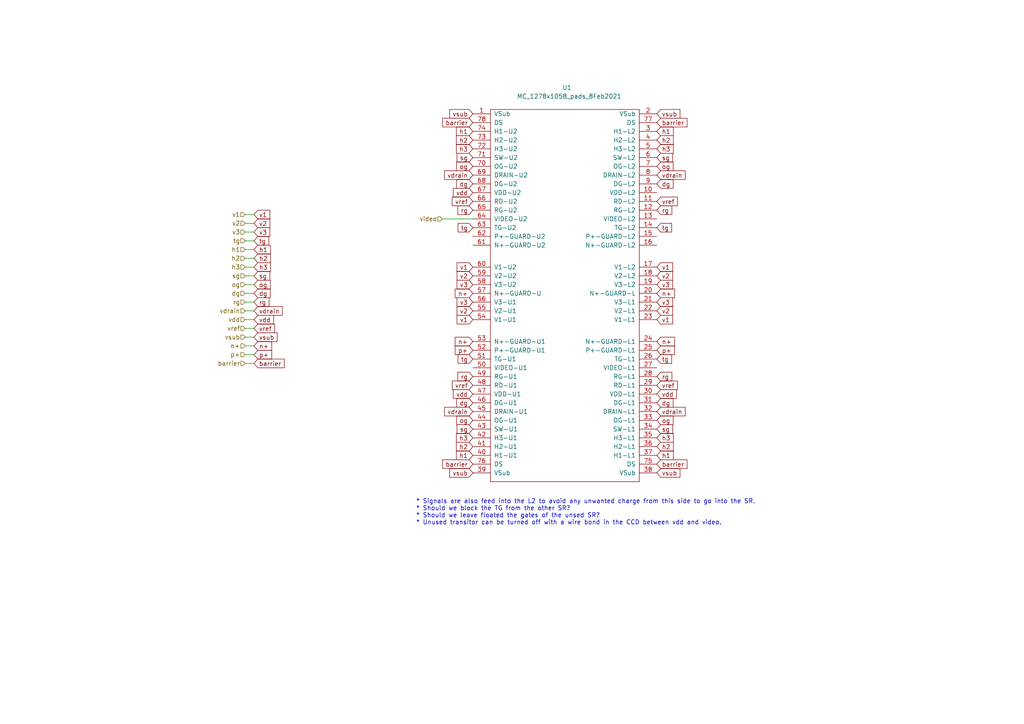
<source format=kicad_sch>
(kicad_sch (version 20230121) (generator eeschema)
  (paper "A4")
  (lib_symbols
    (symbol "MC_1278x1058_pads_8Feb2021:MC_1278x1058_pads_8Feb2021" (pin_names (offset 1.016))
      (property "Reference" "U" (at -15.24 59.69 0))
      (property "Value" "MC_1278x1058_pads_8Feb2021" (at 0 57.15 0))
      (symbol "MC_1278x1058_pads_8Feb2021_0_1"
        (rectangle (start -21.59 53.34) (end 21.59 -54.61))
      )
      (symbol "MC_1278x1058_pads_8Feb2021_1_1"
        (pin bidirectional line (at -26.67 52.07 0) (length 5.08) (name "VSub") (number "1"))
        (pin bidirectional line (at 26.67 29.21 180) (length 5.08) (name "VDD-L2") (number "10"))
        (pin bidirectional line (at 26.67 26.67 180) (length 5.08) (name "RD-L2") (number "11"))
        (pin bidirectional line (at 26.67 24.13 180) (length 5.08) (name "RG-L2") (number "12"))
        (pin bidirectional line (at 26.67 21.59 180) (length 5.08) (name "VIDEO-L2") (number "13"))
        (pin bidirectional line (at 26.67 19.05 180) (length 5.08) (name "TG-L2") (number "14"))
        (pin bidirectional line (at 26.67 16.51 180) (length 5.08) (name "P+-GUARD-L2") (number "15"))
        (pin bidirectional line (at 26.67 13.97 180) (length 5.08) (name "N+-GUARD-L2") (number "16"))
        (pin bidirectional line (at 26.67 7.62 180) (length 5.08) (name "V1-L2") (number "17"))
        (pin bidirectional line (at 26.67 5.08 180) (length 5.08) (name "V2-L2") (number "18"))
        (pin bidirectional line (at 26.67 2.54 180) (length 5.08) (name "V3-L2") (number "19"))
        (pin bidirectional line (at 26.67 52.07 180) (length 5.08) (name "VSub") (number "2"))
        (pin bidirectional line (at 26.67 0 180) (length 5.08) (name "N+-GUARD-L") (number "20"))
        (pin bidirectional line (at 26.67 -2.54 180) (length 5.08) (name "V3-L1") (number "21"))
        (pin bidirectional line (at 26.67 -5.08 180) (length 5.08) (name "V2-L1") (number "22"))
        (pin bidirectional line (at 26.67 -7.62 180) (length 5.08) (name "V1-L1") (number "23"))
        (pin bidirectional line (at 26.67 -13.97 180) (length 5.08) (name "N+-GUARD-L1") (number "24"))
        (pin bidirectional line (at 26.67 -16.51 180) (length 5.08) (name "P+-GUARD-L1") (number "25"))
        (pin bidirectional line (at 26.67 -19.05 180) (length 5.08) (name "TG-L1") (number "26"))
        (pin bidirectional line (at 26.67 -21.59 180) (length 5.08) (name "VIDEO-L1") (number "27"))
        (pin bidirectional line (at 26.67 -24.13 180) (length 5.08) (name "RG-L1") (number "28"))
        (pin bidirectional line (at 26.67 -26.67 180) (length 5.08) (name "RD-L1") (number "29"))
        (pin bidirectional line (at 26.67 46.99 180) (length 5.08) (name "H1-L2") (number "3"))
        (pin bidirectional line (at 26.67 -29.21 180) (length 5.08) (name "VDD-L1") (number "30"))
        (pin bidirectional line (at 26.67 -31.75 180) (length 5.08) (name "DG-L1") (number "31"))
        (pin bidirectional line (at 26.67 -34.29 180) (length 5.08) (name "DRAIN-L1") (number "32"))
        (pin bidirectional line (at 26.67 -36.83 180) (length 5.08) (name "OG-L1") (number "33"))
        (pin bidirectional line (at 26.67 -39.37 180) (length 5.08) (name "SW-L1") (number "34"))
        (pin bidirectional line (at 26.67 -41.91 180) (length 5.08) (name "H3-L1") (number "35"))
        (pin bidirectional line (at 26.67 -44.45 180) (length 5.08) (name "H2-L1") (number "36"))
        (pin bidirectional line (at 26.67 -46.99 180) (length 5.08) (name "H1-L1") (number "37"))
        (pin bidirectional line (at 26.67 -52.07 180) (length 5.08) (name "VSub") (number "38"))
        (pin bidirectional line (at -26.67 -52.07 0) (length 5.08) (name "VSub") (number "39"))
        (pin bidirectional line (at 26.67 44.45 180) (length 5.08) (name "H2-L2") (number "4"))
        (pin bidirectional line (at -26.67 -46.99 0) (length 5.08) (name "H1-U1") (number "40"))
        (pin bidirectional line (at -26.67 -44.45 0) (length 5.08) (name "H2-U1") (number "41"))
        (pin bidirectional line (at -26.67 -41.91 0) (length 5.08) (name "H3-U1") (number "42"))
        (pin bidirectional line (at -26.67 -39.37 0) (length 5.08) (name "SW-U1") (number "43"))
        (pin bidirectional line (at -26.67 -36.83 0) (length 5.08) (name "OG-U1") (number "44"))
        (pin bidirectional line (at -26.67 -34.29 0) (length 5.08) (name "DRAIN-U1") (number "45"))
        (pin bidirectional line (at -26.67 -31.75 0) (length 5.08) (name "DG-U1") (number "46"))
        (pin bidirectional line (at -26.67 -29.21 0) (length 5.08) (name "VDD-U1") (number "47"))
        (pin bidirectional line (at -26.67 -26.67 0) (length 5.08) (name "RD-U1") (number "48"))
        (pin bidirectional line (at -26.67 -24.13 0) (length 5.08) (name "RG-U1") (number "49"))
        (pin bidirectional line (at 26.67 41.91 180) (length 5.08) (name "H3-L2") (number "5"))
        (pin bidirectional line (at -26.67 -21.59 0) (length 5.08) (name "VIDEO-U1") (number "50"))
        (pin bidirectional line (at -26.67 -19.05 0) (length 5.08) (name "TG-U1") (number "51"))
        (pin bidirectional line (at -26.67 -16.51 0) (length 5.08) (name "P+-GUARD-U1") (number "52"))
        (pin bidirectional line (at -26.67 -13.97 0) (length 5.08) (name "N+-GUARD-U1") (number "53"))
        (pin bidirectional line (at -26.67 -7.62 0) (length 5.08) (name "V1-U1") (number "54"))
        (pin bidirectional line (at -26.67 -5.08 0) (length 5.08) (name "V2-U1") (number "55"))
        (pin bidirectional line (at -26.67 -2.54 0) (length 5.08) (name "V3-U1") (number "56"))
        (pin bidirectional line (at -26.67 0 0) (length 5.08) (name "N+-GUARD-U") (number "57"))
        (pin bidirectional line (at -26.67 2.54 0) (length 5.08) (name "V3-U2") (number "58"))
        (pin bidirectional line (at -26.67 5.08 0) (length 5.08) (name "V2-U2") (number "59"))
        (pin bidirectional line (at 26.67 39.37 180) (length 5.08) (name "SW-L2") (number "6"))
        (pin bidirectional line (at -26.67 7.62 0) (length 5.08) (name "V1-U2") (number "60"))
        (pin bidirectional line (at -26.67 13.97 0) (length 5.08) (name "N+-GUARD-U2") (number "61"))
        (pin bidirectional line (at -26.67 16.51 0) (length 5.08) (name "P+-GUARD-U2") (number "62"))
        (pin bidirectional line (at -26.67 19.05 0) (length 5.08) (name "TG-U2") (number "63"))
        (pin bidirectional line (at -26.67 21.59 0) (length 5.08) (name "VIDEO-U2") (number "64"))
        (pin bidirectional line (at -26.67 24.13 0) (length 5.08) (name "RG-U2") (number "65"))
        (pin bidirectional line (at -26.67 26.67 0) (length 5.08) (name "RD-U2") (number "66"))
        (pin bidirectional line (at -26.67 29.21 0) (length 5.08) (name "VDD-U2") (number "67"))
        (pin bidirectional line (at -26.67 31.75 0) (length 5.08) (name "DG-U2") (number "68"))
        (pin bidirectional line (at -26.67 34.29 0) (length 5.08) (name "DRAIN-U2") (number "69"))
        (pin bidirectional line (at 26.67 36.83 180) (length 5.08) (name "OG-L2") (number "7"))
        (pin bidirectional line (at -26.67 36.83 0) (length 5.08) (name "OG-U2") (number "70"))
        (pin bidirectional line (at -26.67 39.37 0) (length 5.08) (name "SW-U2") (number "71"))
        (pin bidirectional line (at -26.67 41.91 0) (length 5.08) (name "H3-U2") (number "72"))
        (pin bidirectional line (at -26.67 44.45 0) (length 5.08) (name "H2-U2") (number "73"))
        (pin bidirectional line (at -26.67 46.99 0) (length 5.08) (name "H1-U2") (number "74"))
        (pin bidirectional line (at 26.67 -49.53 180) (length 5.08) (name "DS") (number "75"))
        (pin bidirectional line (at -26.67 -49.53 0) (length 5.08) (name "DS") (number "76"))
        (pin bidirectional line (at 26.67 49.53 180) (length 5.08) (name "DS") (number "77"))
        (pin bidirectional line (at -26.67 49.53 0) (length 5.08) (name "DS") (number "78"))
        (pin bidirectional line (at 26.67 34.29 180) (length 5.08) (name "DRAIN-L2") (number "8"))
        (pin bidirectional line (at 26.67 31.75 180) (length 5.08) (name "DG-L2") (number "9"))
      )
    )
  )
  (wire (pts (xy 128.27 63.5) (xy 137.16 63.5)))
  (wire (pts (xy 71.12 64.77) (xy 73.66 64.77)))
  (wire (pts (xy 71.12 85.09) (xy 73.66 85.09)))
  (wire (pts (xy 71.12 92.71) (xy 73.66 92.71)))
  (wire (pts (xy 71.12 72.39) (xy 73.66 72.39)))
  (wire (pts (xy 71.12 102.87) (xy 73.66 102.87)))
  (wire (pts (xy 71.12 69.85) (xy 73.66 69.85)))
  (wire (pts (xy 71.12 95.25) (xy 73.66 95.25)))
  (wire (pts (xy 71.12 105.41) (xy 73.66 105.41)))
  (wire (pts (xy 71.12 97.79) (xy 73.66 97.79)))
  (wire (pts (xy 71.12 67.31) (xy 73.66 67.31)))
  (wire (pts (xy 71.12 62.23) (xy 73.66 62.23)))
  (wire (pts (xy 71.12 90.17) (xy 73.66 90.17)))
  (wire (pts (xy 71.12 100.33) (xy 73.66 100.33)))
  (wire (pts (xy 71.12 87.63) (xy 73.66 87.63)))
  (wire (pts (xy 71.12 74.93) (xy 73.66 74.93)))
  (wire (pts (xy 71.12 77.47) (xy 73.66 77.47)))
  (wire (pts (xy 71.12 82.55) (xy 73.66 82.55)))
  (wire (pts (xy 71.12 80.01) (xy 73.66 80.01)))
  (text "* Signals are also feed into the L2 to avoid any unwanted charge from this side to go into the SR. \n* Should we block the TG from the other SR?\n* Should we leave floated the gates of the unsed SR?\n* Unused transitor can be turned off with a wire bond in the CCD between vdd and video." (at 120.65 152.4 0) (effects (font (size 1.27 1.27)) (justify left bottom)))
  (global_label "n+" (shape input) (at 190.5 99.06 0) (property "Intersheetrefs" "${INTERSHEET_REFS}" (effects hide)))
  (global_label "h1" (shape input) (at 137.16 132.08 180) (property "Intersheetrefs" "${INTERSHEET_REFS}" (effects hide)))
  (global_label "tg" (shape input) (at 190.5 104.14 0) (property "Intersheetrefs" "${INTERSHEET_REFS}" (effects hide)))
  (global_label "h3" (shape input) (at 137.16 43.18 180) (property "Intersheetrefs" "${INTERSHEET_REFS}" (effects hide)))
  (global_label "dg" (shape input) (at 137.16 53.34 180) (property "Intersheetrefs" "${INTERSHEET_REFS}" (effects hide)))
  (global_label "h3" (shape input) (at 137.16 127 180) (property "Intersheetrefs" "${INTERSHEET_REFS}" (effects hide)))
  (global_label "barrier" (shape input) (at 190.5 134.62 0) (property "Intersheetrefs" "${INTERSHEET_REFS}" (effects hide)))
  (global_label "rg" (shape input) (at 137.16 60.96 180) (property "Intersheetrefs" "${INTERSHEET_REFS}" (effects hide)))
  (global_label "barrier" (shape input) (at 137.16 35.56 180) (property "Intersheetrefs" "${INTERSHEET_REFS}" (effects hide)))
  (global_label "vdrain" (shape input) (at 137.16 50.8 180) (property "Intersheetrefs" "${INTERSHEET_REFS}" (effects hide)))
  (global_label "v1" (shape input) (at 190.5 92.71 0) (property "Intersheetrefs" "${INTERSHEET_REFS}" (effects hide)))
  (global_label "sg" (shape input) (at 137.16 45.72 180) (property "Intersheetrefs" "${INTERSHEET_REFS}" (effects hide)))
  (global_label "og" (shape input) (at 73.66 82.55 0) (property "Intersheetrefs" "${INTERSHEET_REFS}" (effects hide)))
  (global_label "dg" (shape input) (at 73.66 85.09 0) (property "Intersheetrefs" "${INTERSHEET_REFS}" (effects hide)))
  (global_label "v3" (shape input) (at 190.5 82.55 0) (property "Intersheetrefs" "${INTERSHEET_REFS}" (effects hide)))
  (global_label "sg" (shape input) (at 73.66 80.01 0) (property "Intersheetrefs" "${INTERSHEET_REFS}" (effects hide)))
  (global_label "n+" (shape input) (at 137.16 99.06 180) (property "Intersheetrefs" "${INTERSHEET_REFS}" (effects hide)))
  (global_label "v2" (shape input) (at 137.16 90.17 180) (property "Intersheetrefs" "${INTERSHEET_REFS}" (effects hide)))
  (global_label "barrier" (shape input) (at 190.5 35.56 0) (property "Intersheetrefs" "${INTERSHEET_REFS}" (effects hide)))
  (global_label "sg" (shape input) (at 137.16 124.46 180) (property "Intersheetrefs" "${INTERSHEET_REFS}" (effects hide)))
  (global_label "vdrain" (shape input) (at 137.16 119.38 180) (property "Intersheetrefs" "${INTERSHEET_REFS}" (effects hide)))
  (global_label "vdrain" (shape input) (at 190.5 119.38 0) (property "Intersheetrefs" "${INTERSHEET_REFS}" (effects hide)))
  (global_label "barrier" (shape input) (at 73.66 105.41 0) (property "Intersheetrefs" "${INTERSHEET_REFS}" (effects hide)))
  (global_label "rg" (shape input) (at 137.16 109.22 180) (property "Intersheetrefs" "${INTERSHEET_REFS}" (effects hide)))
  (global_label "dg" (shape input) (at 137.16 116.84 180) (property "Intersheetrefs" "${INTERSHEET_REFS}" (effects hide)))
  (global_label "vsub" (shape input) (at 73.66 97.79 0) (property "Intersheetrefs" "${INTERSHEET_REFS}" (effects hide)))
  (global_label "vref" (shape input) (at 137.16 58.42 180) (property "Intersheetrefs" "${INTERSHEET_REFS}" (effects hide)))
  (global_label "v3" (shape input) (at 137.16 87.63 180) (property "Intersheetrefs" "${INTERSHEET_REFS}" (effects hide)))
  (global_label "vref" (shape input) (at 137.16 111.76 180) (property "Intersheetrefs" "${INTERSHEET_REFS}" (effects hide)))
  (global_label "vsub" (shape input) (at 190.5 33.02 0) (property "Intersheetrefs" "${INTERSHEET_REFS}" (effects hide)))
  (global_label "v2" (shape input) (at 190.5 80.01 0) (property "Intersheetrefs" "${INTERSHEET_REFS}" (effects hide)))
  (global_label "n+" (shape input) (at 73.66 100.33 0) (property "Intersheetrefs" "${INTERSHEET_REFS}" (effects hide)))
  (global_label "n+" (shape input) (at 137.16 85.09 180) (property "Intersheetrefs" "${INTERSHEET_REFS}" (effects hide)))
  (global_label "vdd" (shape input) (at 73.66 92.71 0) (property "Intersheetrefs" "${INTERSHEET_REFS}" (effects hide)))
  (global_label "vdrain" (shape input) (at 190.5 50.8 0) (property "Intersheetrefs" "${INTERSHEET_REFS}" (effects hide)))
  (global_label "p+" (shape input) (at 137.16 101.6 180) (property "Intersheetrefs" "${INTERSHEET_REFS}" (effects hide)))
  (global_label "v1" (shape input) (at 190.5 77.47 0) (property "Intersheetrefs" "${INTERSHEET_REFS}" (effects hide)))
  (global_label "tg" (shape input) (at 137.16 104.14 180) (property "Intersheetrefs" "${INTERSHEET_REFS}" (effects hide)))
  (global_label "tg" (shape input) (at 73.66 69.85 0) (property "Intersheetrefs" "${INTERSHEET_REFS}" (effects hide)))
  (global_label "h3" (shape input) (at 190.5 43.18 0) (property "Intersheetrefs" "${INTERSHEET_REFS}" (effects hide)))
  (global_label "vref" (shape input) (at 190.5 111.76 0) (property "Intersheetrefs" "${INTERSHEET_REFS}" (effects hide)))
  (global_label "v2" (shape input) (at 190.5 90.17 0) (property "Intersheetrefs" "${INTERSHEET_REFS}" (effects hide)))
  (global_label "sg" (shape input) (at 190.5 124.46 0) (property "Intersheetrefs" "${INTERSHEET_REFS}" (effects hide)))
  (global_label "og" (shape input) (at 137.16 48.26 180) (property "Intersheetrefs" "${INTERSHEET_REFS}" (effects hide)))
  (global_label "rg" (shape input) (at 190.5 60.96 0) (property "Intersheetrefs" "${INTERSHEET_REFS}" (effects hide)))
  (global_label "h3" (shape input) (at 190.5 127 0) (property "Intersheetrefs" "${INTERSHEET_REFS}" (effects hide)))
  (global_label "h1" (shape input) (at 190.5 132.08 0) (property "Intersheetrefs" "${INTERSHEET_REFS}" (effects hide)))
  (global_label "p+" (shape input) (at 190.5 101.6 0) (property "Intersheetrefs" "${INTERSHEET_REFS}" (effects hide)))
  (global_label "h3" (shape input) (at 73.66 77.47 0) (property "Intersheetrefs" "${INTERSHEET_REFS}" (effects hide)))
  (global_label "h1" (shape input) (at 137.16 38.1 180) (property "Intersheetrefs" "${INTERSHEET_REFS}" (effects hide)))
  (global_label "vsub" (shape input) (at 190.5 137.16 0) (property "Intersheetrefs" "${INTERSHEET_REFS}" (effects hide)))
  (global_label "h2" (shape input) (at 190.5 129.54 0) (property "Intersheetrefs" "${INTERSHEET_REFS}" (effects hide)))
  (global_label "h2" (shape input) (at 190.5 40.64 0) (property "Intersheetrefs" "${INTERSHEET_REFS}" (effects hide)))
  (global_label "vsub" (shape input) (at 137.16 137.16 180) (property "Intersheetrefs" "${INTERSHEET_REFS}" (effects hide)))
  (global_label "v3" (shape input) (at 190.5 87.63 0) (property "Intersheetrefs" "${INTERSHEET_REFS}" (effects hide)))
  (global_label "h1" (shape input) (at 73.66 72.39 0) (property "Intersheetrefs" "${INTERSHEET_REFS}" (effects hide)))
  (global_label "og" (shape input) (at 137.16 121.92 180) (property "Intersheetrefs" "${INTERSHEET_REFS}" (effects hide)))
  (global_label "v1" (shape input) (at 137.16 77.47 180) (property "Intersheetrefs" "${INTERSHEET_REFS}" (effects hide)))
  (global_label "og" (shape input) (at 190.5 121.92 0) (property "Intersheetrefs" "${INTERSHEET_REFS}" (effects hide)))
  (global_label "v1" (shape input) (at 137.16 92.71 180) (property "Intersheetrefs" "${INTERSHEET_REFS}" (effects hide)))
  (global_label "rg" (shape input) (at 190.5 109.22 0) (property "Intersheetrefs" "${INTERSHEET_REFS}" (effects hide)))
  (global_label "barrier" (shape input) (at 137.16 134.62 180) (property "Intersheetrefs" "${INTERSHEET_REFS}" (effects hide)))
  (global_label "vdd" (shape input) (at 137.16 114.3 180) (property "Intersheetrefs" "${INTERSHEET_REFS}" (effects hide)))
  (global_label "v2" (shape input) (at 73.66 64.77 0) (property "Intersheetrefs" "${INTERSHEET_REFS}" (effects hide)))
  (global_label "h2" (shape input) (at 137.16 129.54 180) (property "Intersheetrefs" "${INTERSHEET_REFS}" (effects hide)))
  (global_label "vref" (shape input) (at 190.5 58.42 0) (property "Intersheetrefs" "${INTERSHEET_REFS}" (effects hide)))
  (global_label "v2" (shape input) (at 137.16 80.01 180) (property "Intersheetrefs" "${INTERSHEET_REFS}" (effects hide)))
  (global_label "vdd" (shape input) (at 190.5 114.3 0) (property "Intersheetrefs" "${INTERSHEET_REFS}" (effects hide)))
  (global_label "v3" (shape input) (at 137.16 82.55 180) (property "Intersheetrefs" "${INTERSHEET_REFS}" (effects hide)))
  (global_label "n+" (shape input) (at 190.5 85.09 0) (property "Intersheetrefs" "${INTERSHEET_REFS}" (effects hide)))
  (global_label "tg" (shape input) (at 137.16 66.04 180) (property "Intersheetrefs" "${INTERSHEET_REFS}" (effects hide)))
  (global_label "v3" (shape input) (at 73.66 67.31 0) (property "Intersheetrefs" "${INTERSHEET_REFS}" (effects hide)))
  (global_label "vref" (shape input) (at 73.66 95.25 0) (property "Intersheetrefs" "${INTERSHEET_REFS}" (effects hide)))
  (global_label "vdrain" (shape input) (at 73.66 90.17 0) (property "Intersheetrefs" "${INTERSHEET_REFS}" (effects hide)))
  (global_label "h1" (shape input) (at 190.5 38.1 0) (property "Intersheetrefs" "${INTERSHEET_REFS}" (effects hide)))
  (global_label "sg" (shape input) (at 190.5 45.72 0) (property "Intersheetrefs" "${INTERSHEET_REFS}" (effects hide)))
  (global_label "vsub" (shape input) (at 137.16 33.02 180) (property "Intersheetrefs" "${INTERSHEET_REFS}" (effects hide)))
  (global_label "tg" (shape input) (at 190.5 66.04 0) (property "Intersheetrefs" "${INTERSHEET_REFS}" (effects hide)))
  (global_label "vdd" (shape input) (at 137.16 55.88 180) (property "Intersheetrefs" "${INTERSHEET_REFS}" (effects hide)))
  (global_label "dg" (shape input) (at 190.5 116.84 0) (property "Intersheetrefs" "${INTERSHEET_REFS}" (effects hide)))
  (global_label "og" (shape input) (at 190.5 48.26 0) (property "Intersheetrefs" "${INTERSHEET_REFS}" (effects hide)))
  (global_label "p+" (shape input) (at 73.66 102.87 0) (property "Intersheetrefs" "${INTERSHEET_REFS}" (effects hide)))
  (global_label "h2" (shape input) (at 137.16 40.64 180) (property "Intersheetrefs" "${INTERSHEET_REFS}" (effects hide)))
  (global_label "v1" (shape input) (at 73.66 62.23 0) (property "Intersheetrefs" "${INTERSHEET_REFS}" (effects hide)))
  (global_label "rg" (shape input) (at 73.66 87.63 0) (property "Intersheetrefs" "${INTERSHEET_REFS}" (effects hide)))
  (global_label "dg" (shape input) (at 190.5 53.34 0) (property "Intersheetrefs" "${INTERSHEET_REFS}" (effects hide)))
  (global_label "h2" (shape input) (at 73.66 74.93 0) (property "Intersheetrefs" "${INTERSHEET_REFS}" (effects hide)))
  (hierarchical_label "vdrain" (shape input) (at 71.12 90.17 180))
  (hierarchical_label "v3" (shape input) (at 71.12 67.31 180))
  (hierarchical_label "vdd" (shape input) (at 71.12 92.71 180))
  (hierarchical_label "barrier" (shape input) (at 71.12 105.41 180))
  (hierarchical_label "sg" (shape input) (at 71.12 80.01 180))
  (hierarchical_label "p+" (shape input) (at 71.12 102.87 180))
  (hierarchical_label "h1" (shape input) (at 71.12 72.39 180))
  (hierarchical_label "vsub" (shape input) (at 71.12 97.79 180))
  (hierarchical_label "vref" (shape input) (at 71.12 95.25 180))
  (hierarchical_label "dg" (shape input) (at 71.12 85.09 180))
  (hierarchical_label "og" (shape input) (at 71.12 82.55 180))
  (hierarchical_label "video" (shape input) (at 128.27 63.5 180))
  (hierarchical_label "h2" (shape input) (at 71.12 74.93 180))
  (hierarchical_label "n+" (shape input) (at 71.12 100.33 180))
  (hierarchical_label "v2" (shape input) (at 71.12 64.77 180))
  (hierarchical_label "h3" (shape input) (at 71.12 77.47 180))
  (hierarchical_label "tg" (shape input) (at 71.12 69.85 180))
  (hierarchical_label "v1" (shape input) (at 71.12 62.23 180))
  (hierarchical_label "rg" (shape input) (at 71.12 87.63 180))
  (symbol (lib_id "MC_1278x1058_pads_8Feb2021:MC_1278x1058_pads_8Feb2021") (at 163.83 85.09 0) (unit 1)
    (property "Reference" "U1" (at 164.465 25.4 0))
    (property "Value" "MC_1278x1058_pads_8Feb2021" (at 165.1 27.94 0))
    (property "Footprint" "projectFootprints:MC_1278x1058_pads_8Feb2021" (effects hide))
    (instances (project "silicon_mcm_v_final" (path "" (reference "U1") (unit 1)) (path "" (reference "U2") (unit 1)) (path "" (reference "U3") (unit 1)) (path "" (reference "U4") (unit 1)) (path "" (reference "U5") (unit 1)) (path "" (reference "U6") (unit 1)) (path "" (reference "U7") (unit 1)) (path "" (reference "U8") (unit 1)) (path "" (reference "U9") (unit 1)) (path "" (reference "U10") (unit 1)) (path "" (reference "U11") (unit 1)) (path "" (reference "U12") (unit 1)) (path "" (reference "U13") (unit 1)) (path "" (reference "U14") (unit 1)) (path "" (reference "U15") (unit 1)) (path "" (reference "U16") (unit 1))))
  )
)
</source>
